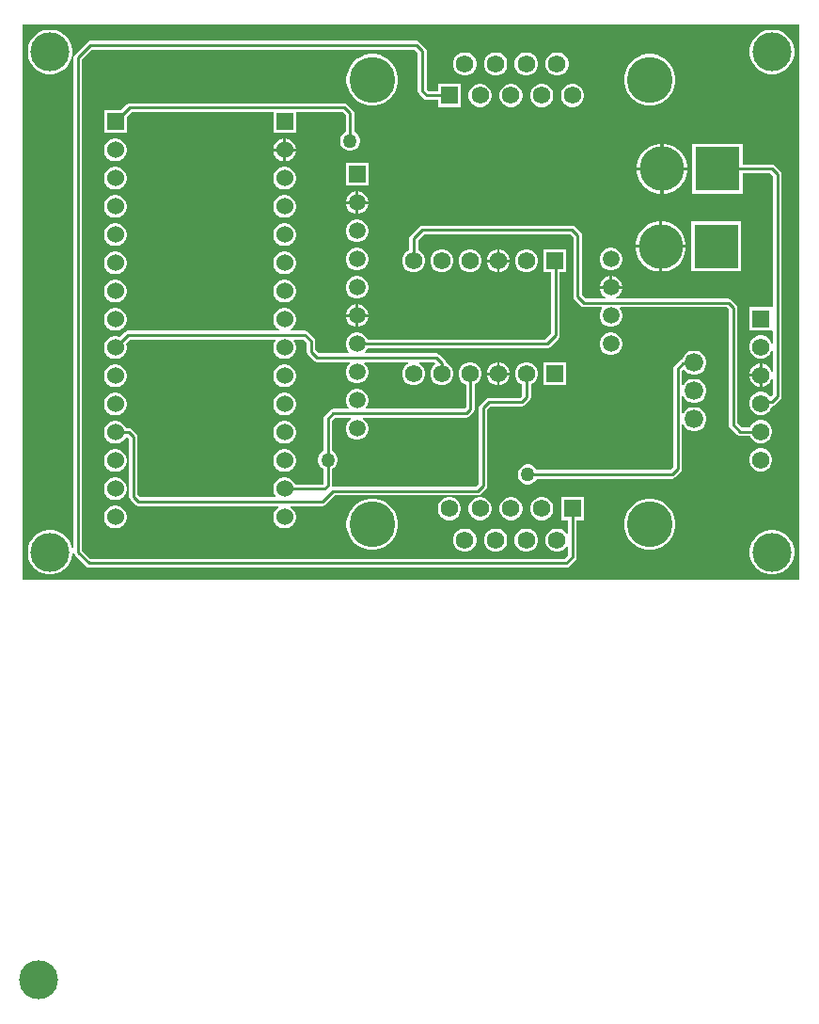
<source format=gbl>
G04*
G04 #@! TF.GenerationSoftware,Altium Limited,Altium Designer,22.8.2 (66)*
G04*
G04 Layer_Physical_Order=2*
G04 Layer_Color=16711680*
%FSLAX42Y42*%
%MOMM*%
G71*
G04*
G04 #@! TF.SameCoordinates,A2DC5003-0238-437C-B528-B030F6F49A69*
G04*
G04*
G04 #@! TF.FilePolarity,Positive*
G04*
G01*
G75*
%ADD13C,0.25*%
%ADD35C,4.12*%
%ADD36R,1.58X1.58*%
%ADD37C,1.58*%
%ADD38R,1.51X1.51*%
%ADD39C,1.51*%
%ADD40C,1.53*%
%ADD41R,1.53X1.53*%
%ADD42R,1.56X1.56*%
%ADD43C,1.56*%
%ADD44C,4.00*%
%ADD45R,4.00X4.00*%
%ADD46C,3.50*%
%ADD47R,1.56X1.56*%
%ADD48C,1.68*%
%ADD49C,1.27*%
G36*
X7000D02*
X0D01*
Y5000D01*
X7000D01*
Y0D01*
D02*
G37*
%LPC*%
G36*
X6770Y4950D02*
X6730D01*
X6692Y4943D01*
X6655Y4928D01*
X6622Y4906D01*
X6594Y4878D01*
X6572Y4845D01*
X6557Y4808D01*
X6550Y4770D01*
Y4730D01*
X6557Y4692D01*
X6572Y4655D01*
X6594Y4622D01*
X6622Y4594D01*
X6655Y4572D01*
X6692Y4557D01*
X6730Y4550D01*
X6770D01*
X6808Y4557D01*
X6845Y4572D01*
X6878Y4594D01*
X6906Y4622D01*
X6928Y4655D01*
X6943Y4692D01*
X6950Y4730D01*
Y4770D01*
X6943Y4808D01*
X6928Y4845D01*
X6906Y4878D01*
X6878Y4906D01*
X6845Y4928D01*
X6808Y4943D01*
X6770Y4950D01*
D02*
G37*
G36*
X270D02*
X230D01*
X192Y4943D01*
X155Y4928D01*
X122Y4906D01*
X94Y4878D01*
X72Y4845D01*
X57Y4808D01*
X50Y4770D01*
Y4730D01*
X57Y4692D01*
X72Y4655D01*
X94Y4622D01*
X122Y4594D01*
X155Y4572D01*
X192Y4557D01*
X230Y4550D01*
X270D01*
X308Y4557D01*
X345Y4572D01*
X378Y4594D01*
X406Y4622D01*
X428Y4655D01*
X443Y4692D01*
X450Y4730D01*
Y4770D01*
X443Y4808D01*
X428Y4845D01*
X406Y4878D01*
X378Y4906D01*
X345Y4928D01*
X308Y4943D01*
X270Y4950D01*
D02*
G37*
G36*
X4829Y4746D02*
X4802D01*
X4775Y4739D01*
X4752Y4725D01*
X4732Y4706D01*
X4718Y4682D01*
X4711Y4656D01*
Y4628D01*
X4718Y4602D01*
X4732Y4578D01*
X4752Y4559D01*
X4775Y4545D01*
X4802Y4538D01*
X4829D01*
X4856Y4545D01*
X4879Y4559D01*
X4899Y4578D01*
X4913Y4602D01*
X4920Y4628D01*
Y4656D01*
X4913Y4682D01*
X4899Y4706D01*
X4879Y4725D01*
X4856Y4739D01*
X4829Y4746D01*
D02*
G37*
G36*
X4552D02*
X4525D01*
X4498Y4739D01*
X4475Y4725D01*
X4455Y4706D01*
X4441Y4682D01*
X4434Y4656D01*
Y4628D01*
X4441Y4602D01*
X4455Y4578D01*
X4475Y4559D01*
X4498Y4545D01*
X4525Y4538D01*
X4552D01*
X4579Y4545D01*
X4602Y4559D01*
X4622Y4578D01*
X4636Y4602D01*
X4643Y4628D01*
Y4656D01*
X4636Y4682D01*
X4622Y4706D01*
X4602Y4725D01*
X4579Y4739D01*
X4552Y4746D01*
D02*
G37*
G36*
X4275D02*
X4248D01*
X4221Y4739D01*
X4198Y4725D01*
X4178Y4706D01*
X4164Y4682D01*
X4157Y4656D01*
Y4628D01*
X4164Y4602D01*
X4178Y4578D01*
X4198Y4559D01*
X4221Y4545D01*
X4248Y4538D01*
X4275D01*
X4302Y4545D01*
X4325Y4559D01*
X4345Y4578D01*
X4359Y4602D01*
X4366Y4628D01*
Y4656D01*
X4359Y4682D01*
X4345Y4706D01*
X4325Y4725D01*
X4302Y4739D01*
X4275Y4746D01*
D02*
G37*
G36*
X3998D02*
X3971D01*
X3944Y4739D01*
X3921Y4725D01*
X3901Y4706D01*
X3887Y4682D01*
X3880Y4656D01*
Y4628D01*
X3887Y4602D01*
X3901Y4578D01*
X3921Y4559D01*
X3944Y4545D01*
X3971Y4538D01*
X3998D01*
X4025Y4545D01*
X4048Y4559D01*
X4068Y4578D01*
X4082Y4602D01*
X4089Y4628D01*
Y4656D01*
X4082Y4682D01*
X4068Y4706D01*
X4048Y4725D01*
X4025Y4739D01*
X3998Y4746D01*
D02*
G37*
G36*
X5672Y4731D02*
X5627D01*
X5582Y4722D01*
X5540Y4705D01*
X5502Y4680D01*
X5470Y4647D01*
X5445Y4610D01*
X5427Y4567D01*
X5418Y4523D01*
Y4477D01*
X5427Y4433D01*
X5445Y4390D01*
X5470Y4353D01*
X5502Y4320D01*
X5540Y4295D01*
X5582Y4278D01*
X5627Y4269D01*
X5672D01*
X5717Y4278D01*
X5759Y4295D01*
X5797Y4320D01*
X5829Y4353D01*
X5854Y4390D01*
X5872Y4433D01*
X5881Y4477D01*
Y4523D01*
X5872Y4567D01*
X5854Y4610D01*
X5829Y4647D01*
X5797Y4680D01*
X5759Y4705D01*
X5717Y4722D01*
X5672Y4731D01*
D02*
G37*
G36*
X3173D02*
X3128D01*
X3083Y4722D01*
X3041Y4705D01*
X3003Y4680D01*
X2971Y4647D01*
X2946Y4610D01*
X2928Y4567D01*
X2919Y4523D01*
Y4477D01*
X2928Y4433D01*
X2946Y4390D01*
X2971Y4353D01*
X3003Y4320D01*
X3041Y4295D01*
X3083Y4278D01*
X3128Y4269D01*
X3173D01*
X3218Y4278D01*
X3260Y4295D01*
X3298Y4320D01*
X3330Y4353D01*
X3355Y4390D01*
X3373Y4433D01*
X3382Y4477D01*
Y4523D01*
X3373Y4567D01*
X3355Y4610D01*
X3330Y4647D01*
X3298Y4680D01*
X3260Y4705D01*
X3218Y4722D01*
X3173Y4731D01*
D02*
G37*
G36*
X4968Y4462D02*
X4940D01*
X4914Y4455D01*
X4890Y4441D01*
X4871Y4422D01*
X4857Y4398D01*
X4850Y4372D01*
Y4344D01*
X4857Y4318D01*
X4871Y4294D01*
X4890Y4275D01*
X4914Y4261D01*
X4940Y4254D01*
X4968D01*
X4994Y4261D01*
X5018Y4275D01*
X5037Y4294D01*
X5051Y4318D01*
X5058Y4344D01*
Y4372D01*
X5051Y4398D01*
X5037Y4422D01*
X5018Y4441D01*
X4994Y4455D01*
X4968Y4462D01*
D02*
G37*
G36*
X4691D02*
X4663D01*
X4637Y4455D01*
X4613Y4441D01*
X4594Y4422D01*
X4580Y4398D01*
X4573Y4372D01*
Y4344D01*
X4580Y4318D01*
X4594Y4294D01*
X4613Y4275D01*
X4637Y4261D01*
X4663Y4254D01*
X4691D01*
X4717Y4261D01*
X4741Y4275D01*
X4760Y4294D01*
X4774Y4318D01*
X4781Y4344D01*
Y4372D01*
X4774Y4398D01*
X4760Y4422D01*
X4741Y4441D01*
X4717Y4455D01*
X4691Y4462D01*
D02*
G37*
G36*
X4414D02*
X4386D01*
X4360Y4455D01*
X4336Y4441D01*
X4317Y4422D01*
X4303Y4398D01*
X4296Y4372D01*
Y4344D01*
X4303Y4318D01*
X4317Y4294D01*
X4336Y4275D01*
X4360Y4261D01*
X4386Y4254D01*
X4414D01*
X4440Y4261D01*
X4464Y4275D01*
X4483Y4294D01*
X4497Y4318D01*
X4504Y4344D01*
Y4372D01*
X4497Y4398D01*
X4483Y4422D01*
X4464Y4441D01*
X4440Y4455D01*
X4414Y4462D01*
D02*
G37*
G36*
X4137D02*
X4109D01*
X4083Y4455D01*
X4059Y4441D01*
X4040Y4422D01*
X4026Y4398D01*
X4019Y4372D01*
Y4344D01*
X4026Y4318D01*
X4040Y4294D01*
X4059Y4275D01*
X4083Y4261D01*
X4109Y4254D01*
X4137D01*
X4163Y4261D01*
X4187Y4275D01*
X4206Y4294D01*
X4220Y4318D01*
X4227Y4344D01*
Y4372D01*
X4220Y4398D01*
X4206Y4422D01*
X4187Y4441D01*
X4163Y4455D01*
X4137Y4462D01*
D02*
G37*
G36*
X3549Y4849D02*
X610D01*
X595Y4846D01*
X583Y4838D01*
X473Y4727D01*
X464Y4715D01*
X461Y4700D01*
Y281D01*
X448Y280D01*
X443Y308D01*
X428Y345D01*
X406Y378D01*
X378Y406D01*
X345Y428D01*
X308Y443D01*
X270Y450D01*
X230D01*
X192Y443D01*
X155Y428D01*
X122Y406D01*
X94Y378D01*
X72Y345D01*
X57Y308D01*
X50Y270D01*
Y230D01*
X57Y192D01*
X72Y155D01*
X94Y122D01*
X122Y94D01*
X155Y72D01*
X192Y57D01*
X230Y50D01*
X270D01*
X308Y57D01*
X345Y72D01*
X378Y94D01*
X406Y122D01*
X428Y155D01*
X443Y192D01*
X450Y230D01*
Y239D01*
X463Y240D01*
X464Y235D01*
X473Y223D01*
X573Y123D01*
X585Y114D01*
X600Y111D01*
X4900D01*
X4915Y114D01*
X4927Y123D01*
X4981Y177D01*
X4990Y189D01*
X4993Y204D01*
Y538D01*
X5058D01*
Y746D01*
X4850D01*
Y538D01*
X4915D01*
Y419D01*
X4902Y416D01*
X4899Y422D01*
X4879Y441D01*
X4856Y455D01*
X4829Y462D01*
X4802D01*
X4775Y455D01*
X4752Y441D01*
X4732Y422D01*
X4718Y398D01*
X4711Y372D01*
Y344D01*
X4718Y318D01*
X4732Y294D01*
X4752Y275D01*
X4775Y261D01*
X4802Y254D01*
X4829D01*
X4856Y261D01*
X4879Y275D01*
X4899Y294D01*
X4902Y300D01*
X4915Y297D01*
Y220D01*
X4884Y189D01*
X616D01*
X539Y266D01*
Y4684D01*
X626Y4771D01*
X3533D01*
X3561Y4743D01*
Y4400D01*
X3564Y4385D01*
X3573Y4373D01*
X3615Y4331D01*
X3627Y4322D01*
X3642Y4319D01*
X3742D01*
Y4254D01*
X3950D01*
Y4462D01*
X3742D01*
Y4397D01*
X3658D01*
X3639Y4416D01*
Y4759D01*
X3636Y4774D01*
X3627Y4786D01*
X3576Y4838D01*
X3564Y4846D01*
X3549Y4849D01*
D02*
G37*
G36*
X2375Y3969D02*
X2375D01*
Y3880D01*
X2464D01*
Y3881D01*
X2457Y3907D01*
X2444Y3930D01*
X2425Y3949D01*
X2401Y3962D01*
X2375Y3969D01*
D02*
G37*
G36*
X2349D02*
X2349D01*
X2323Y3962D01*
X2299Y3949D01*
X2280Y3930D01*
X2267Y3907D01*
X2260Y3881D01*
Y3880D01*
X2349D01*
Y3969D01*
D02*
G37*
G36*
X2900Y4289D02*
X966D01*
X952Y4286D01*
X939Y4277D01*
X885Y4223D01*
X736D01*
Y4020D01*
X940D01*
Y4168D01*
X983Y4211D01*
X2260D01*
Y4020D01*
X2464D01*
Y4211D01*
X2884D01*
X2911Y4184D01*
Y4030D01*
X2895Y4021D01*
X2879Y4005D01*
X2867Y3984D01*
X2861Y3962D01*
Y3938D01*
X2867Y3916D01*
X2879Y3895D01*
X2895Y3879D01*
X2916Y3867D01*
X2938Y3861D01*
X2962D01*
X2984Y3867D01*
X3005Y3879D01*
X3021Y3895D01*
X3033Y3916D01*
X3039Y3938D01*
Y3962D01*
X3033Y3984D01*
X3021Y4005D01*
X3005Y4021D01*
X2989Y4030D01*
Y4200D01*
X2986Y4215D01*
X2977Y4227D01*
X2927Y4277D01*
X2915Y4286D01*
X2900Y4289D01*
D02*
G37*
G36*
X2464Y3855D02*
X2375D01*
Y3766D01*
X2375D01*
X2401Y3773D01*
X2425Y3786D01*
X2444Y3805D01*
X2457Y3828D01*
X2464Y3854D01*
Y3855D01*
D02*
G37*
G36*
X2349D02*
X2260D01*
Y3854D01*
X2267Y3828D01*
X2280Y3805D01*
X2299Y3786D01*
X2323Y3773D01*
X2349Y3766D01*
X2349D01*
Y3855D01*
D02*
G37*
G36*
X851Y3969D02*
X825D01*
X799Y3962D01*
X775Y3949D01*
X756Y3930D01*
X743Y3907D01*
X736Y3881D01*
Y3854D01*
X743Y3828D01*
X756Y3805D01*
X775Y3786D01*
X799Y3773D01*
X825Y3766D01*
X851D01*
X877Y3773D01*
X901Y3786D01*
X920Y3805D01*
X933Y3828D01*
X940Y3854D01*
Y3881D01*
X933Y3907D01*
X920Y3930D01*
X901Y3949D01*
X877Y3962D01*
X851Y3969D01*
D02*
G37*
G36*
X5782Y3925D02*
X5773D01*
Y3713D01*
X5985D01*
Y3722D01*
X5977Y3766D01*
X5960Y3807D01*
X5935Y3844D01*
X5904Y3875D01*
X5867Y3900D01*
X5826Y3917D01*
X5782Y3925D01*
D02*
G37*
G36*
X5747D02*
X5738D01*
X5694Y3917D01*
X5653Y3900D01*
X5616Y3875D01*
X5585Y3844D01*
X5560Y3807D01*
X5543Y3766D01*
X5535Y3722D01*
Y3713D01*
X5747D01*
Y3925D01*
D02*
G37*
G36*
X3115Y3749D02*
X2913D01*
Y3547D01*
X3115D01*
Y3749D01*
D02*
G37*
G36*
X2375Y3715D02*
X2349D01*
X2323Y3708D01*
X2299Y3695D01*
X2280Y3676D01*
X2267Y3653D01*
X2260Y3627D01*
Y3600D01*
X2267Y3574D01*
X2280Y3551D01*
X2299Y3532D01*
X2323Y3519D01*
X2349Y3512D01*
X2375D01*
X2401Y3519D01*
X2425Y3532D01*
X2444Y3551D01*
X2457Y3574D01*
X2464Y3600D01*
Y3627D01*
X2457Y3653D01*
X2444Y3676D01*
X2425Y3695D01*
X2401Y3708D01*
X2375Y3715D01*
D02*
G37*
G36*
X851D02*
X825D01*
X799Y3708D01*
X775Y3695D01*
X756Y3676D01*
X743Y3653D01*
X736Y3627D01*
Y3600D01*
X743Y3574D01*
X756Y3551D01*
X775Y3532D01*
X799Y3519D01*
X825Y3512D01*
X851D01*
X877Y3519D01*
X901Y3532D01*
X920Y3551D01*
X933Y3574D01*
X940Y3600D01*
Y3627D01*
X933Y3653D01*
X920Y3676D01*
X901Y3695D01*
X877Y3708D01*
X851Y3715D01*
D02*
G37*
G36*
X5985Y3687D02*
X5773D01*
Y3475D01*
X5782D01*
X5826Y3483D01*
X5867Y3500D01*
X5904Y3525D01*
X5935Y3556D01*
X5960Y3593D01*
X5977Y3634D01*
X5985Y3678D01*
Y3687D01*
D02*
G37*
G36*
X5747D02*
X5535D01*
Y3678D01*
X5543Y3634D01*
X5560Y3593D01*
X5585Y3556D01*
X5616Y3525D01*
X5653Y3500D01*
X5694Y3483D01*
X5738Y3475D01*
X5747D01*
Y3687D01*
D02*
G37*
G36*
X3027Y3495D02*
X3027D01*
Y3407D01*
X3115D01*
Y3407D01*
X3108Y3433D01*
X3095Y3456D01*
X3076Y3475D01*
X3053Y3488D01*
X3027Y3495D01*
D02*
G37*
G36*
X3001D02*
X3001D01*
X2975Y3488D01*
X2952Y3475D01*
X2933Y3456D01*
X2920Y3433D01*
X2913Y3407D01*
Y3407D01*
X3001D01*
Y3495D01*
D02*
G37*
G36*
X3115Y3381D02*
X3027D01*
Y3293D01*
X3027D01*
X3053Y3300D01*
X3076Y3313D01*
X3095Y3332D01*
X3108Y3355D01*
X3115Y3381D01*
Y3381D01*
D02*
G37*
G36*
X3001D02*
X2913D01*
Y3381D01*
X2920Y3355D01*
X2933Y3332D01*
X2952Y3313D01*
X2975Y3300D01*
X3001Y3293D01*
X3001D01*
Y3381D01*
D02*
G37*
G36*
X2375Y3461D02*
X2349D01*
X2323Y3454D01*
X2299Y3441D01*
X2280Y3422D01*
X2267Y3399D01*
X2260Y3373D01*
Y3346D01*
X2267Y3320D01*
X2280Y3297D01*
X2299Y3278D01*
X2323Y3265D01*
X2349Y3258D01*
X2375D01*
X2401Y3265D01*
X2425Y3278D01*
X2444Y3297D01*
X2457Y3320D01*
X2464Y3346D01*
Y3373D01*
X2457Y3399D01*
X2444Y3422D01*
X2425Y3441D01*
X2401Y3454D01*
X2375Y3461D01*
D02*
G37*
G36*
X851D02*
X825D01*
X799Y3454D01*
X775Y3441D01*
X756Y3422D01*
X743Y3399D01*
X736Y3373D01*
Y3346D01*
X743Y3320D01*
X756Y3297D01*
X775Y3278D01*
X799Y3265D01*
X825Y3258D01*
X851D01*
X877Y3265D01*
X901Y3278D01*
X920Y3297D01*
X933Y3320D01*
X940Y3346D01*
Y3373D01*
X933Y3399D01*
X920Y3422D01*
X901Y3441D01*
X877Y3454D01*
X851Y3461D01*
D02*
G37*
G36*
X3027Y3241D02*
X3001D01*
X2975Y3234D01*
X2952Y3221D01*
X2933Y3202D01*
X2920Y3179D01*
X2913Y3153D01*
Y3127D01*
X2920Y3101D01*
X2933Y3078D01*
X2952Y3059D01*
X2975Y3046D01*
X3001Y3039D01*
X3027D01*
X3053Y3046D01*
X3076Y3059D01*
X3095Y3078D01*
X3108Y3101D01*
X3115Y3127D01*
Y3153D01*
X3108Y3179D01*
X3095Y3202D01*
X3076Y3221D01*
X3053Y3234D01*
X3027Y3241D01*
D02*
G37*
G36*
X5772Y3225D02*
X5763D01*
Y3013D01*
X5975D01*
Y3022D01*
X5967Y3066D01*
X5950Y3107D01*
X5925Y3144D01*
X5894Y3175D01*
X5857Y3200D01*
X5816Y3217D01*
X5772Y3225D01*
D02*
G37*
G36*
X5737D02*
X5728D01*
X5684Y3217D01*
X5643Y3200D01*
X5606Y3175D01*
X5575Y3144D01*
X5550Y3107D01*
X5533Y3066D01*
X5525Y3022D01*
Y3013D01*
X5737D01*
Y3225D01*
D02*
G37*
G36*
X2375Y3207D02*
X2349D01*
X2323Y3200D01*
X2299Y3187D01*
X2280Y3168D01*
X2267Y3145D01*
X2260Y3119D01*
Y3092D01*
X2267Y3066D01*
X2280Y3043D01*
X2299Y3024D01*
X2323Y3011D01*
X2349Y3004D01*
X2375D01*
X2401Y3011D01*
X2425Y3024D01*
X2444Y3043D01*
X2457Y3066D01*
X2464Y3092D01*
Y3119D01*
X2457Y3145D01*
X2444Y3168D01*
X2425Y3187D01*
X2401Y3200D01*
X2375Y3207D01*
D02*
G37*
G36*
X851D02*
X825D01*
X799Y3200D01*
X775Y3187D01*
X756Y3168D01*
X743Y3145D01*
X736Y3119D01*
Y3092D01*
X743Y3066D01*
X756Y3043D01*
X775Y3024D01*
X799Y3011D01*
X825Y3004D01*
X851D01*
X877Y3011D01*
X901Y3024D01*
X920Y3043D01*
X933Y3066D01*
X940Y3092D01*
Y3119D01*
X933Y3145D01*
X920Y3168D01*
X901Y3187D01*
X877Y3200D01*
X851Y3207D01*
D02*
G37*
G36*
X4300Y2975D02*
X4299D01*
Y2884D01*
X4390D01*
Y2885D01*
X4383Y2911D01*
X4369Y2935D01*
X4350Y2954D01*
X4327Y2968D01*
X4300Y2975D01*
D02*
G37*
G36*
X4274D02*
X4273D01*
X4247Y2968D01*
X4223Y2954D01*
X4204Y2935D01*
X4190Y2911D01*
X4183Y2885D01*
Y2884D01*
X4274D01*
Y2975D01*
D02*
G37*
G36*
X5313Y2987D02*
X5287D01*
X5261Y2980D01*
X5238Y2967D01*
X5219Y2948D01*
X5206Y2925D01*
X5199Y2899D01*
Y2873D01*
X5206Y2847D01*
X5219Y2824D01*
X5238Y2805D01*
X5261Y2792D01*
X5287Y2785D01*
X5313D01*
X5339Y2792D01*
X5362Y2805D01*
X5381Y2824D01*
X5394Y2847D01*
X5401Y2873D01*
Y2899D01*
X5394Y2925D01*
X5381Y2948D01*
X5362Y2967D01*
X5339Y2980D01*
X5313Y2987D01*
D02*
G37*
G36*
X3027D02*
X3001D01*
X2975Y2980D01*
X2952Y2967D01*
X2933Y2948D01*
X2920Y2925D01*
X2913Y2899D01*
Y2873D01*
X2920Y2847D01*
X2933Y2824D01*
X2952Y2805D01*
X2975Y2792D01*
X3001Y2785D01*
X3027D01*
X3053Y2792D01*
X3076Y2805D01*
X3095Y2824D01*
X3108Y2847D01*
X3115Y2873D01*
Y2899D01*
X3108Y2925D01*
X3095Y2948D01*
X3076Y2967D01*
X3053Y2980D01*
X3027Y2987D01*
D02*
G37*
G36*
X6475Y3225D02*
X6025D01*
Y2775D01*
X6475D01*
Y3225D01*
D02*
G37*
G36*
X5975Y2987D02*
X5763D01*
Y2775D01*
X5772D01*
X5816Y2783D01*
X5857Y2800D01*
X5894Y2825D01*
X5925Y2856D01*
X5950Y2893D01*
X5967Y2934D01*
X5975Y2978D01*
Y2987D01*
D02*
G37*
G36*
X5737D02*
X5525D01*
Y2978D01*
X5533Y2934D01*
X5550Y2893D01*
X5575Y2856D01*
X5606Y2825D01*
X5643Y2800D01*
X5684Y2783D01*
X5728Y2775D01*
X5737D01*
Y2987D01*
D02*
G37*
G36*
X4554Y2975D02*
X4527D01*
X4501Y2968D01*
X4477Y2954D01*
X4458Y2935D01*
X4444Y2911D01*
X4437Y2885D01*
Y2858D01*
X4444Y2831D01*
X4458Y2808D01*
X4477Y2789D01*
X4501Y2775D01*
X4527Y2768D01*
X4554D01*
X4581Y2775D01*
X4604Y2789D01*
X4623Y2808D01*
X4637Y2831D01*
X4644Y2858D01*
Y2885D01*
X4637Y2911D01*
X4623Y2935D01*
X4604Y2954D01*
X4581Y2968D01*
X4554Y2975D01*
D02*
G37*
G36*
X4390Y2859D02*
X4299D01*
Y2768D01*
X4300D01*
X4327Y2775D01*
X4350Y2789D01*
X4369Y2808D01*
X4383Y2831D01*
X4390Y2858D01*
Y2859D01*
D02*
G37*
G36*
X4274D02*
X4183D01*
Y2858D01*
X4190Y2831D01*
X4204Y2808D01*
X4223Y2789D01*
X4247Y2775D01*
X4273Y2768D01*
X4274D01*
Y2859D01*
D02*
G37*
G36*
X4046Y2975D02*
X4019D01*
X3993Y2968D01*
X3969Y2954D01*
X3950Y2935D01*
X3936Y2911D01*
X3929Y2885D01*
Y2858D01*
X3936Y2831D01*
X3950Y2808D01*
X3969Y2789D01*
X3993Y2775D01*
X4019Y2768D01*
X4046D01*
X4073Y2775D01*
X4096Y2789D01*
X4115Y2808D01*
X4129Y2831D01*
X4136Y2858D01*
Y2885D01*
X4129Y2911D01*
X4115Y2935D01*
X4096Y2954D01*
X4073Y2968D01*
X4046Y2975D01*
D02*
G37*
G36*
X3792D02*
X3765D01*
X3739Y2968D01*
X3715Y2954D01*
X3696Y2935D01*
X3682Y2911D01*
X3675Y2885D01*
Y2858D01*
X3682Y2831D01*
X3696Y2808D01*
X3715Y2789D01*
X3739Y2775D01*
X3765Y2768D01*
X3792D01*
X3819Y2775D01*
X3842Y2789D01*
X3861Y2808D01*
X3875Y2831D01*
X3882Y2858D01*
Y2885D01*
X3875Y2911D01*
X3861Y2935D01*
X3842Y2954D01*
X3819Y2968D01*
X3792Y2975D01*
D02*
G37*
G36*
X2375Y2953D02*
X2349D01*
X2323Y2946D01*
X2299Y2933D01*
X2280Y2914D01*
X2267Y2891D01*
X2260Y2865D01*
Y2838D01*
X2267Y2812D01*
X2280Y2789D01*
X2299Y2770D01*
X2323Y2757D01*
X2349Y2750D01*
X2375D01*
X2401Y2757D01*
X2425Y2770D01*
X2444Y2789D01*
X2457Y2812D01*
X2464Y2838D01*
Y2865D01*
X2457Y2891D01*
X2444Y2914D01*
X2425Y2933D01*
X2401Y2946D01*
X2375Y2953D01*
D02*
G37*
G36*
X851D02*
X825D01*
X799Y2946D01*
X775Y2933D01*
X756Y2914D01*
X743Y2891D01*
X736Y2865D01*
Y2838D01*
X743Y2812D01*
X756Y2789D01*
X775Y2770D01*
X799Y2757D01*
X825Y2750D01*
X851D01*
X877Y2757D01*
X901Y2770D01*
X920Y2789D01*
X933Y2812D01*
X940Y2838D01*
Y2865D01*
X933Y2891D01*
X920Y2914D01*
X901Y2933D01*
X877Y2946D01*
X851Y2953D01*
D02*
G37*
G36*
X5313Y2733D02*
X5313D01*
Y2645D01*
X5401D01*
Y2645D01*
X5394Y2671D01*
X5381Y2694D01*
X5362Y2713D01*
X5339Y2726D01*
X5313Y2733D01*
D02*
G37*
G36*
X5287D02*
X5287D01*
X5261Y2726D01*
X5238Y2713D01*
X5219Y2694D01*
X5206Y2671D01*
X5199Y2645D01*
Y2645D01*
X5287D01*
Y2733D01*
D02*
G37*
G36*
X3027D02*
X3001D01*
X2975Y2726D01*
X2952Y2713D01*
X2933Y2694D01*
X2920Y2671D01*
X2913Y2645D01*
Y2619D01*
X2920Y2593D01*
X2933Y2570D01*
X2952Y2551D01*
X2975Y2538D01*
X3001Y2531D01*
X3027D01*
X3053Y2538D01*
X3076Y2551D01*
X3095Y2570D01*
X3108Y2593D01*
X3115Y2619D01*
Y2645D01*
X3108Y2671D01*
X3095Y2694D01*
X3076Y2713D01*
X3053Y2726D01*
X3027Y2733D01*
D02*
G37*
G36*
X2375Y2699D02*
X2349D01*
X2323Y2692D01*
X2299Y2679D01*
X2280Y2660D01*
X2267Y2637D01*
X2260Y2611D01*
Y2584D01*
X2267Y2558D01*
X2280Y2535D01*
X2299Y2516D01*
X2323Y2503D01*
X2349Y2496D01*
X2375D01*
X2401Y2503D01*
X2425Y2516D01*
X2444Y2535D01*
X2457Y2558D01*
X2464Y2584D01*
Y2611D01*
X2457Y2637D01*
X2444Y2660D01*
X2425Y2679D01*
X2401Y2692D01*
X2375Y2699D01*
D02*
G37*
G36*
X851D02*
X825D01*
X799Y2692D01*
X775Y2679D01*
X756Y2660D01*
X743Y2637D01*
X736Y2611D01*
Y2584D01*
X743Y2558D01*
X756Y2535D01*
X775Y2516D01*
X799Y2503D01*
X825Y2496D01*
X851D01*
X877Y2503D01*
X901Y2516D01*
X920Y2535D01*
X933Y2558D01*
X940Y2584D01*
Y2611D01*
X933Y2637D01*
X920Y2660D01*
X901Y2679D01*
X877Y2692D01*
X851Y2699D01*
D02*
G37*
G36*
X3027Y2479D02*
X3027D01*
Y2391D01*
X3115D01*
Y2391D01*
X3108Y2417D01*
X3095Y2440D01*
X3076Y2459D01*
X3053Y2472D01*
X3027Y2479D01*
D02*
G37*
G36*
X3001D02*
X3001D01*
X2975Y2472D01*
X2952Y2459D01*
X2933Y2440D01*
X2920Y2417D01*
X2913Y2391D01*
Y2391D01*
X3001D01*
Y2479D01*
D02*
G37*
G36*
X3115Y2365D02*
X3027D01*
Y2277D01*
X3027D01*
X3053Y2284D01*
X3076Y2297D01*
X3095Y2316D01*
X3108Y2339D01*
X3115Y2365D01*
Y2365D01*
D02*
G37*
G36*
X3001D02*
X2913D01*
Y2365D01*
X2920Y2339D01*
X2933Y2316D01*
X2952Y2297D01*
X2975Y2284D01*
X3001Y2277D01*
X3001D01*
Y2365D01*
D02*
G37*
G36*
X851Y2445D02*
X825D01*
X799Y2438D01*
X775Y2425D01*
X756Y2406D01*
X743Y2383D01*
X736Y2357D01*
Y2330D01*
X743Y2304D01*
X756Y2281D01*
X775Y2262D01*
X799Y2249D01*
X825Y2242D01*
X851D01*
X877Y2249D01*
X901Y2262D01*
X920Y2281D01*
X933Y2304D01*
X940Y2330D01*
Y2357D01*
X933Y2383D01*
X920Y2406D01*
X901Y2425D01*
X877Y2438D01*
X851Y2445D01*
D02*
G37*
G36*
X4898Y2975D02*
X4691D01*
Y2768D01*
X4761D01*
Y2216D01*
X4708Y2163D01*
X3108D01*
X3108Y2163D01*
X3095Y2186D01*
X3076Y2205D01*
X3053Y2218D01*
X3027Y2225D01*
X3001D01*
X2975Y2218D01*
X2952Y2205D01*
X2933Y2186D01*
X2920Y2163D01*
X2913Y2137D01*
Y2111D01*
X2920Y2085D01*
X2933Y2062D01*
X2944Y2052D01*
X2939Y2039D01*
X2666D01*
X2639Y2066D01*
Y2150D01*
X2636Y2165D01*
X2627Y2177D01*
X2573Y2232D01*
X2561Y2240D01*
X2546Y2243D01*
X2417D01*
X2414Y2256D01*
X2425Y2262D01*
X2444Y2281D01*
X2457Y2304D01*
X2464Y2330D01*
Y2357D01*
X2457Y2383D01*
X2444Y2406D01*
X2425Y2425D01*
X2401Y2438D01*
X2375Y2445D01*
X2349D01*
X2323Y2438D01*
X2299Y2425D01*
X2280Y2406D01*
X2267Y2383D01*
X2260Y2357D01*
Y2330D01*
X2267Y2304D01*
X2280Y2281D01*
X2299Y2262D01*
X2310Y2256D01*
X2307Y2243D01*
X953D01*
X938Y2240D01*
X925Y2232D01*
X878Y2184D01*
X877Y2184D01*
X851Y2191D01*
X825D01*
X799Y2184D01*
X775Y2171D01*
X756Y2152D01*
X743Y2129D01*
X736Y2103D01*
Y2076D01*
X743Y2050D01*
X756Y2027D01*
X775Y2008D01*
X799Y1995D01*
X825Y1988D01*
X851D01*
X877Y1995D01*
X901Y2008D01*
X920Y2027D01*
X933Y2050D01*
X940Y2076D01*
Y2103D01*
X933Y2129D01*
X933Y2129D01*
X969Y2165D01*
X2277D01*
X2282Y2154D01*
X2280Y2152D01*
X2267Y2129D01*
X2260Y2103D01*
Y2076D01*
X2267Y2050D01*
X2280Y2027D01*
X2299Y2008D01*
X2323Y1995D01*
X2349Y1988D01*
X2375D01*
X2401Y1995D01*
X2425Y2008D01*
X2444Y2027D01*
X2457Y2050D01*
X2464Y2076D01*
Y2103D01*
X2457Y2129D01*
X2444Y2152D01*
X2442Y2154D01*
X2447Y2165D01*
X2530D01*
X2561Y2134D01*
Y2050D01*
X2564Y2035D01*
X2573Y2023D01*
X2623Y1973D01*
X2635Y1964D01*
X2650Y1961D01*
X2947D01*
X2950Y1948D01*
X2933Y1932D01*
X2920Y1909D01*
X2913Y1883D01*
Y1857D01*
X2920Y1831D01*
X2933Y1808D01*
X2952Y1789D01*
X2975Y1776D01*
X3001Y1769D01*
X3027D01*
X3053Y1776D01*
X3076Y1789D01*
X3095Y1808D01*
X3108Y1831D01*
X3115Y1857D01*
Y1883D01*
X3108Y1909D01*
X3095Y1932D01*
X3078Y1948D01*
X3081Y1961D01*
X3476D01*
X3479Y1948D01*
X3461Y1938D01*
X3442Y1919D01*
X3428Y1895D01*
X3421Y1869D01*
Y1842D01*
X3428Y1815D01*
X3442Y1792D01*
X3461Y1773D01*
X3485Y1759D01*
X3511Y1752D01*
X3538D01*
X3565Y1759D01*
X3588Y1773D01*
X3607Y1792D01*
X3621Y1815D01*
X3628Y1842D01*
Y1869D01*
X3621Y1895D01*
X3607Y1919D01*
X3588Y1938D01*
X3570Y1948D01*
X3574Y1961D01*
X3712D01*
X3720Y1953D01*
X3718Y1940D01*
X3715Y1938D01*
X3696Y1919D01*
X3682Y1895D01*
X3675Y1869D01*
Y1842D01*
X3682Y1815D01*
X3696Y1792D01*
X3715Y1773D01*
X3739Y1759D01*
X3765Y1752D01*
X3792D01*
X3819Y1759D01*
X3842Y1773D01*
X3861Y1792D01*
X3875Y1815D01*
X3882Y1842D01*
Y1869D01*
X3875Y1895D01*
X3861Y1919D01*
X3842Y1938D01*
X3819Y1952D01*
X3817Y1952D01*
X3815Y1966D01*
X3806Y1979D01*
X3757Y2027D01*
X3745Y2036D01*
X3730Y2039D01*
X3089D01*
X3084Y2052D01*
X3095Y2062D01*
X3108Y2085D01*
X3108Y2085D01*
X4724D01*
X4739Y2088D01*
X4751Y2097D01*
X4827Y2173D01*
X4836Y2185D01*
X4839Y2200D01*
Y2768D01*
X4898D01*
Y2975D01*
D02*
G37*
G36*
X6485Y3925D02*
X6035D01*
Y3475D01*
X6485D01*
Y3661D01*
X6734D01*
X6761Y3634D01*
Y2463D01*
X6753Y2453D01*
X6748Y2453D01*
X6547D01*
Y2247D01*
X6748D01*
X6753Y2247D01*
X6761Y2237D01*
Y2130D01*
X6748Y2128D01*
X6746Y2136D01*
X6733Y2159D01*
X6713Y2179D01*
X6690Y2192D01*
X6664Y2199D01*
X6636D01*
X6610Y2192D01*
X6587Y2179D01*
X6567Y2159D01*
X6554Y2136D01*
X6547Y2110D01*
Y2082D01*
X6554Y2056D01*
X6567Y2033D01*
X6587Y2013D01*
X6610Y2000D01*
X6636Y1993D01*
X6664D01*
X6690Y2000D01*
X6713Y2013D01*
X6733Y2033D01*
X6746Y2056D01*
X6748Y2064D01*
X6761Y2062D01*
Y1876D01*
X6748Y1874D01*
X6746Y1882D01*
X6733Y1905D01*
X6713Y1925D01*
X6690Y1938D01*
X6664Y1945D01*
X6663D01*
Y1842D01*
Y1739D01*
X6664D01*
X6690Y1746D01*
X6713Y1759D01*
X6733Y1779D01*
X6746Y1802D01*
X6748Y1810D01*
X6761Y1808D01*
Y1666D01*
X6745Y1650D01*
X6733Y1651D01*
X6713Y1671D01*
X6690Y1684D01*
X6664Y1691D01*
X6636D01*
X6610Y1684D01*
X6587Y1671D01*
X6567Y1651D01*
X6554Y1628D01*
X6547Y1602D01*
Y1574D01*
X6554Y1548D01*
X6567Y1525D01*
X6587Y1505D01*
X6610Y1492D01*
X6636Y1485D01*
X6664D01*
X6690Y1492D01*
X6713Y1505D01*
X6733Y1525D01*
X6746Y1548D01*
X6750Y1562D01*
X6751D01*
X6766Y1565D01*
X6778Y1573D01*
X6827Y1623D01*
X6836Y1635D01*
X6839Y1650D01*
Y3650D01*
X6836Y3665D01*
X6827Y3677D01*
X6777Y3727D01*
X6765Y3736D01*
X6750Y3739D01*
X6485D01*
Y3925D01*
D02*
G37*
G36*
X5313Y2225D02*
X5287D01*
X5261Y2218D01*
X5238Y2205D01*
X5219Y2186D01*
X5206Y2163D01*
X5199Y2137D01*
Y2111D01*
X5206Y2085D01*
X5219Y2062D01*
X5238Y2043D01*
X5261Y2030D01*
X5287Y2023D01*
X5313D01*
X5339Y2030D01*
X5362Y2043D01*
X5381Y2062D01*
X5394Y2085D01*
X5401Y2111D01*
Y2137D01*
X5394Y2163D01*
X5381Y2186D01*
X5362Y2205D01*
X5339Y2218D01*
X5313Y2225D01*
D02*
G37*
G36*
X4300Y1959D02*
X4299D01*
Y1868D01*
X4390D01*
Y1869D01*
X4383Y1895D01*
X4369Y1919D01*
X4350Y1938D01*
X4327Y1952D01*
X4300Y1959D01*
D02*
G37*
G36*
X4274D02*
X4273D01*
X4247Y1952D01*
X4223Y1938D01*
X4204Y1919D01*
X4190Y1895D01*
X4183Y1869D01*
Y1868D01*
X4274D01*
Y1959D01*
D02*
G37*
G36*
X6637Y1945D02*
X6636D01*
X6610Y1938D01*
X6587Y1925D01*
X6567Y1905D01*
X6554Y1882D01*
X6547Y1856D01*
Y1855D01*
X6637D01*
Y1945D01*
D02*
G37*
G36*
X6064Y2063D02*
X6036D01*
X6008Y2056D01*
X5983Y2041D01*
X5963Y2021D01*
X5948Y1996D01*
X5946Y1988D01*
X5935Y1986D01*
X5923Y1977D01*
X5873Y1927D01*
X5864Y1915D01*
X5861Y1900D01*
Y1016D01*
X5834Y989D01*
X4630D01*
X4621Y1005D01*
X4605Y1021D01*
X4584Y1033D01*
X4562Y1039D01*
X4538D01*
X4516Y1033D01*
X4495Y1021D01*
X4479Y1005D01*
X4467Y984D01*
X4461Y962D01*
Y938D01*
X4467Y916D01*
X4479Y895D01*
X4495Y879D01*
X4516Y867D01*
X4538Y861D01*
X4562D01*
X4584Y867D01*
X4605Y879D01*
X4621Y895D01*
X4630Y911D01*
X5850D01*
X5865Y914D01*
X5877Y923D01*
X5927Y973D01*
X5936Y985D01*
X5939Y1000D01*
Y1395D01*
X5952Y1398D01*
X5963Y1379D01*
X5983Y1359D01*
X6008Y1344D01*
X6036Y1337D01*
X6064D01*
X6092Y1344D01*
X6117Y1359D01*
X6137Y1379D01*
X6152Y1404D01*
X6159Y1432D01*
Y1460D01*
X6152Y1488D01*
X6137Y1513D01*
X6117Y1533D01*
X6092Y1548D01*
X6064Y1555D01*
X6036D01*
X6008Y1548D01*
X5983Y1533D01*
X5963Y1513D01*
X5952Y1494D01*
X5939Y1497D01*
Y1649D01*
X5952Y1652D01*
X5963Y1633D01*
X5983Y1613D01*
X6008Y1598D01*
X6036Y1591D01*
X6064D01*
X6092Y1598D01*
X6117Y1613D01*
X6137Y1633D01*
X6152Y1658D01*
X6159Y1686D01*
Y1714D01*
X6152Y1742D01*
X6137Y1767D01*
X6117Y1787D01*
X6092Y1802D01*
X6064Y1809D01*
X6036D01*
X6008Y1802D01*
X5983Y1787D01*
X5963Y1767D01*
X5952Y1748D01*
X5939Y1751D01*
Y1884D01*
X5948Y1893D01*
X5960Y1891D01*
X5963Y1887D01*
X5983Y1867D01*
X6008Y1852D01*
X6036Y1845D01*
X6064D01*
X6092Y1852D01*
X6117Y1867D01*
X6137Y1887D01*
X6152Y1912D01*
X6159Y1940D01*
Y1968D01*
X6152Y1996D01*
X6137Y2021D01*
X6117Y2041D01*
X6092Y2056D01*
X6064Y2063D01*
D02*
G37*
G36*
X4898Y1959D02*
X4691D01*
Y1752D01*
X4898D01*
Y1959D01*
D02*
G37*
G36*
X4390Y1843D02*
X4299D01*
Y1752D01*
X4300D01*
X4327Y1759D01*
X4350Y1773D01*
X4369Y1792D01*
X4383Y1815D01*
X4390Y1842D01*
Y1843D01*
D02*
G37*
G36*
X4274D02*
X4183D01*
Y1842D01*
X4190Y1815D01*
X4204Y1792D01*
X4223Y1773D01*
X4247Y1759D01*
X4273Y1752D01*
X4274D01*
Y1843D01*
D02*
G37*
G36*
X6637Y1829D02*
X6547D01*
Y1828D01*
X6554Y1802D01*
X6567Y1779D01*
X6587Y1759D01*
X6610Y1746D01*
X6636Y1739D01*
X6637D01*
Y1829D01*
D02*
G37*
G36*
X2375Y1937D02*
X2349D01*
X2323Y1930D01*
X2299Y1917D01*
X2280Y1898D01*
X2267Y1875D01*
X2260Y1849D01*
Y1822D01*
X2267Y1796D01*
X2280Y1773D01*
X2299Y1754D01*
X2323Y1741D01*
X2349Y1734D01*
X2375D01*
X2401Y1741D01*
X2425Y1754D01*
X2444Y1773D01*
X2457Y1796D01*
X2464Y1822D01*
Y1849D01*
X2457Y1875D01*
X2444Y1898D01*
X2425Y1917D01*
X2401Y1930D01*
X2375Y1937D01*
D02*
G37*
G36*
X851D02*
X825D01*
X799Y1930D01*
X775Y1917D01*
X756Y1898D01*
X743Y1875D01*
X736Y1849D01*
Y1822D01*
X743Y1796D01*
X756Y1773D01*
X775Y1754D01*
X799Y1741D01*
X825Y1734D01*
X851D01*
X877Y1741D01*
X901Y1754D01*
X920Y1773D01*
X933Y1796D01*
X940Y1822D01*
Y1849D01*
X933Y1875D01*
X920Y1898D01*
X901Y1917D01*
X877Y1930D01*
X851Y1937D01*
D02*
G37*
G36*
X2375Y1683D02*
X2349D01*
X2323Y1676D01*
X2299Y1663D01*
X2280Y1644D01*
X2267Y1621D01*
X2260Y1595D01*
Y1568D01*
X2267Y1542D01*
X2280Y1519D01*
X2299Y1500D01*
X2323Y1487D01*
X2349Y1480D01*
X2375D01*
X2401Y1487D01*
X2425Y1500D01*
X2444Y1519D01*
X2457Y1542D01*
X2464Y1568D01*
Y1595D01*
X2457Y1621D01*
X2444Y1644D01*
X2425Y1663D01*
X2401Y1676D01*
X2375Y1683D01*
D02*
G37*
G36*
X851D02*
X825D01*
X799Y1676D01*
X775Y1663D01*
X756Y1644D01*
X743Y1621D01*
X736Y1595D01*
Y1568D01*
X743Y1542D01*
X756Y1519D01*
X775Y1500D01*
X799Y1487D01*
X825Y1480D01*
X851D01*
X877Y1487D01*
X901Y1500D01*
X920Y1519D01*
X933Y1542D01*
X940Y1568D01*
Y1595D01*
X933Y1621D01*
X920Y1644D01*
X901Y1663D01*
X877Y1676D01*
X851Y1683D01*
D02*
G37*
G36*
X4554Y1959D02*
X4527D01*
X4501Y1952D01*
X4477Y1938D01*
X4458Y1919D01*
X4444Y1895D01*
X4437Y1869D01*
Y1842D01*
X4444Y1815D01*
X4458Y1792D01*
X4477Y1773D01*
X4501Y1759D01*
X4502Y1759D01*
Y1657D01*
X4484Y1639D01*
X4200D01*
X4185Y1636D01*
X4173Y1627D01*
X4123Y1577D01*
X4114Y1565D01*
X4111Y1550D01*
Y866D01*
X4084Y839D01*
X2800D01*
X2797Y838D01*
X2788Y847D01*
X2789Y850D01*
Y1000D01*
X2805Y1009D01*
X2821Y1025D01*
X2833Y1046D01*
X2839Y1068D01*
Y1092D01*
X2833Y1114D01*
X2821Y1135D01*
X2805Y1151D01*
X2789Y1160D01*
Y1434D01*
X2816Y1461D01*
X2959D01*
X2962Y1448D01*
X2952Y1443D01*
X2933Y1424D01*
X2920Y1401D01*
X2913Y1375D01*
Y1349D01*
X2920Y1323D01*
X2933Y1300D01*
X2952Y1281D01*
X2975Y1268D01*
X3001Y1261D01*
X3027D01*
X3053Y1268D01*
X3076Y1281D01*
X3095Y1300D01*
X3108Y1323D01*
X3115Y1349D01*
Y1375D01*
X3108Y1401D01*
X3095Y1424D01*
X3076Y1443D01*
X3066Y1448D01*
X3069Y1461D01*
X4000D01*
X4015Y1464D01*
X4027Y1473D01*
X4061Y1506D01*
X4070Y1519D01*
X4073Y1534D01*
Y1759D01*
X4096Y1773D01*
X4115Y1792D01*
X4129Y1815D01*
X4136Y1842D01*
Y1869D01*
X4129Y1895D01*
X4115Y1919D01*
X4096Y1938D01*
X4073Y1952D01*
X4046Y1959D01*
X4019D01*
X3993Y1952D01*
X3969Y1938D01*
X3950Y1919D01*
X3936Y1895D01*
X3929Y1869D01*
Y1842D01*
X3936Y1815D01*
X3950Y1792D01*
X3969Y1773D01*
X3993Y1759D01*
X3995Y1758D01*
Y1550D01*
X3984Y1539D01*
X3096D01*
X3091Y1551D01*
X3095Y1554D01*
X3108Y1577D01*
X3115Y1603D01*
Y1629D01*
X3108Y1655D01*
X3095Y1678D01*
X3076Y1697D01*
X3053Y1710D01*
X3027Y1717D01*
X3001D01*
X2975Y1710D01*
X2952Y1697D01*
X2933Y1678D01*
X2920Y1655D01*
X2913Y1629D01*
Y1603D01*
X2920Y1577D01*
X2933Y1554D01*
X2937Y1551D01*
X2932Y1539D01*
X2800D01*
X2785Y1536D01*
X2773Y1527D01*
X2723Y1477D01*
X2714Y1465D01*
X2711Y1450D01*
Y1160D01*
X2695Y1151D01*
X2679Y1135D01*
X2667Y1114D01*
X2661Y1092D01*
Y1068D01*
X2667Y1046D01*
X2679Y1025D01*
X2695Y1009D01*
X2711Y1000D01*
Y866D01*
X2703Y858D01*
X2457D01*
X2457Y859D01*
X2444Y882D01*
X2425Y901D01*
X2401Y914D01*
X2375Y921D01*
X2349D01*
X2323Y914D01*
X2299Y901D01*
X2280Y882D01*
X2267Y859D01*
X2260Y833D01*
Y806D01*
X2267Y780D01*
X2280Y757D01*
X2282Y755D01*
X2277Y744D01*
X1061D01*
X1039Y766D01*
Y1285D01*
X1036Y1300D01*
X1027Y1313D01*
X985Y1355D01*
X972Y1363D01*
X958Y1366D01*
X933D01*
X933Y1367D01*
X920Y1390D01*
X901Y1409D01*
X877Y1422D01*
X851Y1429D01*
X825D01*
X799Y1422D01*
X775Y1409D01*
X756Y1390D01*
X743Y1367D01*
X736Y1341D01*
Y1314D01*
X743Y1288D01*
X756Y1265D01*
X775Y1246D01*
X799Y1233D01*
X825Y1226D01*
X851D01*
X877Y1233D01*
X901Y1246D01*
X920Y1265D01*
X931Y1284D01*
X943Y1286D01*
X945Y1285D01*
X961Y1269D01*
Y750D01*
X964Y735D01*
X973Y723D01*
X1018Y677D01*
X1030Y669D01*
X1045Y666D01*
X2307D01*
X2310Y653D01*
X2299Y647D01*
X2280Y628D01*
X2267Y605D01*
X2260Y579D01*
Y552D01*
X2267Y526D01*
X2280Y503D01*
X2299Y484D01*
X2323Y471D01*
X2349Y464D01*
X2375D01*
X2401Y471D01*
X2425Y484D01*
X2444Y503D01*
X2457Y526D01*
X2464Y552D01*
Y579D01*
X2457Y605D01*
X2444Y628D01*
X2425Y647D01*
X2414Y653D01*
X2417Y666D01*
X2705D01*
X2720Y669D01*
X2732Y677D01*
X2816Y761D01*
X4100D01*
X4115Y764D01*
X4127Y773D01*
X4177Y823D01*
X4186Y835D01*
X4189Y850D01*
Y1534D01*
X4216Y1561D01*
X4500D01*
X4515Y1564D01*
X4527Y1573D01*
X4568Y1613D01*
X4577Y1626D01*
X4579Y1641D01*
Y1759D01*
X4581Y1759D01*
X4604Y1773D01*
X4623Y1792D01*
X4637Y1815D01*
X4644Y1842D01*
Y1869D01*
X4637Y1895D01*
X4623Y1919D01*
X4604Y1938D01*
X4581Y1952D01*
X4554Y1959D01*
D02*
G37*
G36*
X4950Y3189D02*
X3600D01*
X3585Y3186D01*
X3573Y3177D01*
X3497Y3102D01*
X3489Y3089D01*
X3486Y3075D01*
Y2968D01*
X3485Y2968D01*
X3461Y2954D01*
X3442Y2935D01*
X3428Y2911D01*
X3421Y2885D01*
Y2858D01*
X3428Y2831D01*
X3442Y2808D01*
X3461Y2789D01*
X3485Y2775D01*
X3511Y2768D01*
X3538D01*
X3565Y2775D01*
X3588Y2789D01*
X3607Y2808D01*
X3621Y2831D01*
X3628Y2858D01*
Y2885D01*
X3621Y2911D01*
X3607Y2935D01*
X3588Y2954D01*
X3565Y2968D01*
X3563Y2968D01*
Y3059D01*
X3616Y3111D01*
X4934D01*
X4961Y3084D01*
Y2550D01*
X4964Y2535D01*
X4973Y2523D01*
X5031Y2464D01*
X5044Y2456D01*
X5058Y2453D01*
X5216D01*
X5220Y2441D01*
X5219Y2440D01*
X5206Y2417D01*
X5199Y2391D01*
Y2365D01*
X5206Y2339D01*
X5219Y2316D01*
X5238Y2297D01*
X5261Y2284D01*
X5287Y2277D01*
X5313D01*
X5339Y2284D01*
X5362Y2297D01*
X5381Y2316D01*
X5394Y2339D01*
X5401Y2365D01*
Y2391D01*
X5394Y2417D01*
X5381Y2440D01*
X5380Y2441D01*
X5384Y2453D01*
X6342D01*
X6361Y2434D01*
Y1400D01*
X6364Y1385D01*
X6373Y1373D01*
X6439Y1307D01*
X6451Y1298D01*
X6466Y1295D01*
X6553D01*
X6554Y1294D01*
X6567Y1271D01*
X6587Y1251D01*
X6610Y1238D01*
X6636Y1231D01*
X6664D01*
X6690Y1238D01*
X6713Y1251D01*
X6733Y1271D01*
X6746Y1294D01*
X6753Y1320D01*
Y1348D01*
X6746Y1374D01*
X6733Y1397D01*
X6713Y1417D01*
X6690Y1430D01*
X6664Y1437D01*
X6636D01*
X6610Y1430D01*
X6587Y1417D01*
X6567Y1397D01*
X6554Y1374D01*
X6553Y1373D01*
X6482D01*
X6439Y1416D01*
Y2450D01*
X6436Y2465D01*
X6427Y2477D01*
X6386Y2519D01*
X6373Y2527D01*
X6358Y2530D01*
X5351D01*
X5348Y2543D01*
X5362Y2551D01*
X5381Y2570D01*
X5394Y2593D01*
X5401Y2619D01*
Y2619D01*
X5300D01*
X5199D01*
Y2619D01*
X5206Y2593D01*
X5219Y2570D01*
X5238Y2551D01*
X5252Y2543D01*
X5249Y2530D01*
X5075D01*
X5039Y2566D01*
Y3100D01*
X5036Y3115D01*
X5027Y3127D01*
X4977Y3177D01*
X4965Y3186D01*
X4950Y3189D01*
D02*
G37*
G36*
X2375Y1429D02*
X2349D01*
X2323Y1422D01*
X2299Y1409D01*
X2280Y1390D01*
X2267Y1367D01*
X2260Y1341D01*
Y1314D01*
X2267Y1288D01*
X2280Y1265D01*
X2299Y1246D01*
X2323Y1233D01*
X2349Y1226D01*
X2375D01*
X2401Y1233D01*
X2425Y1246D01*
X2444Y1265D01*
X2457Y1288D01*
X2464Y1314D01*
Y1341D01*
X2457Y1367D01*
X2444Y1390D01*
X2425Y1409D01*
X2401Y1422D01*
X2375Y1429D01*
D02*
G37*
G36*
X6664Y1183D02*
X6636D01*
X6610Y1176D01*
X6587Y1163D01*
X6567Y1143D01*
X6554Y1120D01*
X6547Y1094D01*
Y1066D01*
X6554Y1040D01*
X6567Y1017D01*
X6587Y997D01*
X6610Y984D01*
X6636Y977D01*
X6664D01*
X6690Y984D01*
X6713Y997D01*
X6733Y1017D01*
X6746Y1040D01*
X6753Y1066D01*
Y1094D01*
X6746Y1120D01*
X6733Y1143D01*
X6713Y1163D01*
X6690Y1176D01*
X6664Y1183D01*
D02*
G37*
G36*
X2375Y1175D02*
X2349D01*
X2323Y1168D01*
X2299Y1155D01*
X2280Y1136D01*
X2267Y1113D01*
X2260Y1087D01*
Y1060D01*
X2267Y1034D01*
X2280Y1011D01*
X2299Y992D01*
X2323Y979D01*
X2349Y972D01*
X2375D01*
X2401Y979D01*
X2425Y992D01*
X2444Y1011D01*
X2457Y1034D01*
X2464Y1060D01*
Y1087D01*
X2457Y1113D01*
X2444Y1136D01*
X2425Y1155D01*
X2401Y1168D01*
X2375Y1175D01*
D02*
G37*
G36*
X851D02*
X825D01*
X799Y1168D01*
X775Y1155D01*
X756Y1136D01*
X743Y1113D01*
X736Y1087D01*
Y1060D01*
X743Y1034D01*
X756Y1011D01*
X775Y992D01*
X799Y979D01*
X825Y972D01*
X851D01*
X877Y979D01*
X901Y992D01*
X920Y1011D01*
X933Y1034D01*
X940Y1060D01*
Y1087D01*
X933Y1113D01*
X920Y1136D01*
X901Y1155D01*
X877Y1168D01*
X851Y1175D01*
D02*
G37*
G36*
Y921D02*
X825D01*
X799Y914D01*
X775Y901D01*
X756Y882D01*
X743Y859D01*
X736Y833D01*
Y806D01*
X743Y780D01*
X756Y757D01*
X775Y738D01*
X799Y725D01*
X825Y718D01*
X851D01*
X877Y725D01*
X901Y738D01*
X920Y757D01*
X933Y780D01*
X940Y806D01*
Y833D01*
X933Y859D01*
X920Y882D01*
X901Y901D01*
X877Y914D01*
X851Y921D01*
D02*
G37*
G36*
X4691Y746D02*
X4663D01*
X4637Y739D01*
X4613Y725D01*
X4594Y706D01*
X4580Y682D01*
X4573Y656D01*
Y628D01*
X4580Y602D01*
X4594Y578D01*
X4613Y559D01*
X4637Y545D01*
X4663Y538D01*
X4691D01*
X4717Y545D01*
X4741Y559D01*
X4760Y578D01*
X4774Y602D01*
X4781Y628D01*
Y656D01*
X4774Y682D01*
X4760Y706D01*
X4741Y725D01*
X4717Y739D01*
X4691Y746D01*
D02*
G37*
G36*
X4414D02*
X4386D01*
X4360Y739D01*
X4336Y725D01*
X4317Y706D01*
X4303Y682D01*
X4296Y656D01*
Y628D01*
X4303Y602D01*
X4317Y578D01*
X4336Y559D01*
X4360Y545D01*
X4386Y538D01*
X4414D01*
X4440Y545D01*
X4464Y559D01*
X4483Y578D01*
X4497Y602D01*
X4504Y628D01*
Y656D01*
X4497Y682D01*
X4483Y706D01*
X4464Y725D01*
X4440Y739D01*
X4414Y746D01*
D02*
G37*
G36*
X4137D02*
X4109D01*
X4083Y739D01*
X4059Y725D01*
X4040Y706D01*
X4026Y682D01*
X4019Y656D01*
Y628D01*
X4026Y602D01*
X4040Y578D01*
X4059Y559D01*
X4083Y545D01*
X4109Y538D01*
X4137D01*
X4163Y545D01*
X4187Y559D01*
X4206Y578D01*
X4220Y602D01*
X4227Y628D01*
Y656D01*
X4220Y682D01*
X4206Y706D01*
X4187Y725D01*
X4163Y739D01*
X4137Y746D01*
D02*
G37*
G36*
X3860D02*
X3832D01*
X3806Y739D01*
X3782Y725D01*
X3763Y706D01*
X3749Y682D01*
X3742Y656D01*
Y628D01*
X3749Y602D01*
X3763Y578D01*
X3782Y559D01*
X3806Y545D01*
X3832Y538D01*
X3860D01*
X3886Y545D01*
X3910Y559D01*
X3929Y578D01*
X3943Y602D01*
X3950Y628D01*
Y656D01*
X3943Y682D01*
X3929Y706D01*
X3910Y725D01*
X3886Y739D01*
X3860Y746D01*
D02*
G37*
G36*
X851Y667D02*
X825D01*
X799Y660D01*
X775Y647D01*
X756Y628D01*
X743Y605D01*
X736Y579D01*
Y552D01*
X743Y526D01*
X756Y503D01*
X775Y484D01*
X799Y471D01*
X825Y464D01*
X851D01*
X877Y471D01*
X901Y484D01*
X920Y503D01*
X933Y526D01*
X940Y552D01*
Y579D01*
X933Y605D01*
X920Y628D01*
X901Y647D01*
X877Y660D01*
X851Y667D01*
D02*
G37*
G36*
X5672Y731D02*
X5627D01*
X5582Y722D01*
X5540Y705D01*
X5502Y680D01*
X5470Y647D01*
X5445Y610D01*
X5427Y567D01*
X5418Y523D01*
Y477D01*
X5427Y433D01*
X5445Y390D01*
X5470Y353D01*
X5502Y320D01*
X5540Y295D01*
X5582Y278D01*
X5627Y269D01*
X5672D01*
X5717Y278D01*
X5759Y295D01*
X5797Y320D01*
X5829Y353D01*
X5854Y390D01*
X5872Y433D01*
X5881Y477D01*
Y523D01*
X5872Y567D01*
X5854Y610D01*
X5829Y647D01*
X5797Y680D01*
X5759Y705D01*
X5717Y722D01*
X5672Y731D01*
D02*
G37*
G36*
X3173D02*
X3128D01*
X3083Y722D01*
X3041Y705D01*
X3003Y680D01*
X2971Y647D01*
X2946Y610D01*
X2928Y567D01*
X2919Y523D01*
Y477D01*
X2928Y433D01*
X2946Y390D01*
X2971Y353D01*
X3003Y320D01*
X3041Y295D01*
X3083Y278D01*
X3128Y269D01*
X3173D01*
X3218Y278D01*
X3260Y295D01*
X3298Y320D01*
X3330Y353D01*
X3355Y390D01*
X3373Y433D01*
X3382Y477D01*
Y523D01*
X3373Y567D01*
X3355Y610D01*
X3330Y647D01*
X3298Y680D01*
X3260Y705D01*
X3218Y722D01*
X3173Y731D01*
D02*
G37*
G36*
X4552Y462D02*
X4525D01*
X4498Y455D01*
X4475Y441D01*
X4455Y422D01*
X4441Y398D01*
X4434Y372D01*
Y344D01*
X4441Y318D01*
X4455Y294D01*
X4475Y275D01*
X4498Y261D01*
X4525Y254D01*
X4552D01*
X4579Y261D01*
X4602Y275D01*
X4622Y294D01*
X4636Y318D01*
X4643Y344D01*
Y372D01*
X4636Y398D01*
X4622Y422D01*
X4602Y441D01*
X4579Y455D01*
X4552Y462D01*
D02*
G37*
G36*
X4275D02*
X4248D01*
X4221Y455D01*
X4198Y441D01*
X4178Y422D01*
X4164Y398D01*
X4157Y372D01*
Y344D01*
X4164Y318D01*
X4178Y294D01*
X4198Y275D01*
X4221Y261D01*
X4248Y254D01*
X4275D01*
X4302Y261D01*
X4325Y275D01*
X4345Y294D01*
X4359Y318D01*
X4366Y344D01*
Y372D01*
X4359Y398D01*
X4345Y422D01*
X4325Y441D01*
X4302Y455D01*
X4275Y462D01*
D02*
G37*
G36*
X3998D02*
X3971D01*
X3944Y455D01*
X3921Y441D01*
X3901Y422D01*
X3887Y398D01*
X3880Y372D01*
Y344D01*
X3887Y318D01*
X3901Y294D01*
X3921Y275D01*
X3944Y261D01*
X3971Y254D01*
X3998D01*
X4025Y261D01*
X4048Y275D01*
X4068Y294D01*
X4082Y318D01*
X4089Y344D01*
Y372D01*
X4082Y398D01*
X4068Y422D01*
X4048Y441D01*
X4025Y455D01*
X3998Y462D01*
D02*
G37*
G36*
X6770Y450D02*
X6730D01*
X6692Y443D01*
X6655Y428D01*
X6622Y406D01*
X6594Y378D01*
X6572Y345D01*
X6557Y308D01*
X6550Y270D01*
Y230D01*
X6557Y192D01*
X6572Y155D01*
X6594Y122D01*
X6622Y94D01*
X6655Y72D01*
X6692Y57D01*
X6730Y50D01*
X6770D01*
X6808Y57D01*
X6845Y72D01*
X6878Y94D01*
X6906Y122D01*
X6928Y155D01*
X6943Y192D01*
X6950Y230D01*
Y270D01*
X6943Y308D01*
X6928Y345D01*
X6906Y378D01*
X6878Y406D01*
X6845Y428D01*
X6808Y443D01*
X6770Y450D01*
D02*
G37*
%LPD*%
D13*
X2950Y3950D02*
Y4200D01*
X2900Y4250D02*
X2950Y4200D01*
X966Y4250D02*
X2900D01*
X838Y4122D02*
X966Y4250D01*
X2705Y705D02*
X2800Y800D01*
X1045Y705D02*
X2705D01*
X2800Y800D02*
X4100D01*
X958Y1327D02*
X1000Y1285D01*
Y750D02*
Y1285D01*
X838Y1327D02*
X958D01*
X1000Y750D02*
X1045Y705D01*
X500Y250D02*
Y4700D01*
X610Y4810D01*
X2719Y819D02*
X2750Y850D01*
Y1080D01*
X2362Y819D02*
X2719D01*
X4100Y800D02*
X4150Y850D01*
Y1550D01*
X4200Y1600D02*
X4500D01*
X4150Y1550D02*
X4200Y1600D01*
X4500D02*
X4541Y1641D01*
Y1855D01*
X6400Y1400D02*
Y2450D01*
X6466Y1334D02*
X6650D01*
X6400Y1400D02*
X6466Y1334D01*
X5058Y2492D02*
X6358D01*
X6400Y2450D01*
X5000Y2550D02*
Y3100D01*
X3600Y3150D02*
X4950D01*
X5000Y3100D01*
X3525Y2871D02*
Y3075D01*
X3600Y3150D01*
X5000Y2550D02*
X5058Y2492D01*
X600Y150D02*
X4900D01*
X500Y250D02*
X600Y150D01*
X610Y4810D02*
X3549D01*
X4900Y150D02*
X4954Y204D01*
Y642D01*
X3549Y4810D02*
X3600Y4759D01*
Y4400D02*
Y4759D01*
X3642Y4358D02*
X3846D01*
X3600Y4400D02*
X3642Y4358D01*
X3779Y1855D02*
Y1951D01*
X2650Y2000D02*
X3730D01*
X3779Y1855D02*
X3784Y1850D01*
X3730Y2000D02*
X3779Y1951D01*
X2546Y2204D02*
X2600Y2150D01*
X838Y2090D02*
X953Y2204D01*
X2546D01*
X2600Y2050D02*
Y2150D01*
Y2050D02*
X2650Y2000D01*
X4724Y2124D02*
X4800Y2200D01*
X3014Y2124D02*
X4724D01*
X4800Y2200D02*
Y2866D01*
X6750Y3700D02*
X6800Y3650D01*
X6260Y3700D02*
X6750D01*
X6800Y1650D02*
Y3650D01*
X6650Y1588D02*
X6663Y1601D01*
X6751D01*
X6800Y1650D01*
X2800Y1500D02*
X4000D01*
X2750Y1080D02*
Y1450D01*
X2800Y1500D01*
X4034Y1534D02*
Y1846D01*
X4000Y1500D02*
X4034Y1534D01*
Y1846D02*
X4038Y1850D01*
X6046Y1950D02*
X6050Y1954D01*
X5950Y1950D02*
X6046D01*
X5900Y1900D02*
X5950Y1950D01*
X5900Y1000D02*
Y1900D01*
X5850Y950D02*
X5900Y1000D01*
X4550Y950D02*
X5850D01*
D35*
X5649Y500D02*
D03*
X3150D02*
D03*
X5649Y4500D02*
D03*
X3150D02*
D03*
D36*
X4954Y642D02*
D03*
X3846Y4358D02*
D03*
D37*
X4815Y358D02*
D03*
X4677Y642D02*
D03*
X4538Y358D02*
D03*
X4400Y642D02*
D03*
X4262Y358D02*
D03*
X4123Y642D02*
D03*
X3985Y358D02*
D03*
X3846Y642D02*
D03*
X4954Y4358D02*
D03*
X4815Y4642D02*
D03*
X4677Y4358D02*
D03*
X4538Y4642D02*
D03*
X4400Y4358D02*
D03*
X4262Y4642D02*
D03*
X4123Y4358D02*
D03*
X3985Y4642D02*
D03*
D38*
X3014Y3648D02*
D03*
D39*
Y3140D02*
D03*
Y2886D02*
D03*
Y2632D02*
D03*
Y2378D02*
D03*
Y2124D02*
D03*
Y1870D02*
D03*
Y1616D02*
D03*
Y1362D02*
D03*
Y3394D02*
D03*
X5300Y2886D02*
D03*
Y2632D02*
D03*
Y2378D02*
D03*
Y2124D02*
D03*
D40*
X838Y566D02*
D03*
Y819D02*
D03*
Y1073D02*
D03*
Y1327D02*
D03*
Y1581D02*
D03*
Y1835D02*
D03*
Y2090D02*
D03*
Y2343D02*
D03*
Y2598D02*
D03*
Y2851D02*
D03*
Y3106D02*
D03*
Y3360D02*
D03*
Y3613D02*
D03*
Y3867D02*
D03*
X2362Y566D02*
D03*
Y819D02*
D03*
Y1073D02*
D03*
Y1327D02*
D03*
Y1581D02*
D03*
Y1835D02*
D03*
Y2090D02*
D03*
Y2343D02*
D03*
Y2598D02*
D03*
Y2851D02*
D03*
Y3106D02*
D03*
Y3360D02*
D03*
Y3613D02*
D03*
Y3867D02*
D03*
D41*
X838Y4122D02*
D03*
X2362D02*
D03*
D42*
X4795Y2871D02*
D03*
Y1855D02*
D03*
D43*
X4287Y2871D02*
D03*
X4033D02*
D03*
X3779D02*
D03*
X3525D02*
D03*
X4541D02*
D03*
Y1855D02*
D03*
X4287D02*
D03*
X4033D02*
D03*
X3779D02*
D03*
X3525D02*
D03*
X6650Y1080D02*
D03*
Y1334D02*
D03*
Y1588D02*
D03*
Y1842D02*
D03*
Y2096D02*
D03*
D44*
X5760Y3700D02*
D03*
X5750Y3000D02*
D03*
D45*
X6260Y3700D02*
D03*
X6250Y3000D02*
D03*
D46*
X250Y250D02*
D03*
X6750D02*
D03*
Y4750D02*
D03*
X250D02*
D03*
X150Y-3600D02*
D03*
D47*
X6650Y2350D02*
D03*
D48*
X6050Y1954D02*
D03*
Y1446D02*
D03*
Y1700D02*
D03*
D49*
X2750Y1080D02*
D03*
X2950Y3950D02*
D03*
X4550Y950D02*
D03*
M02*

</source>
